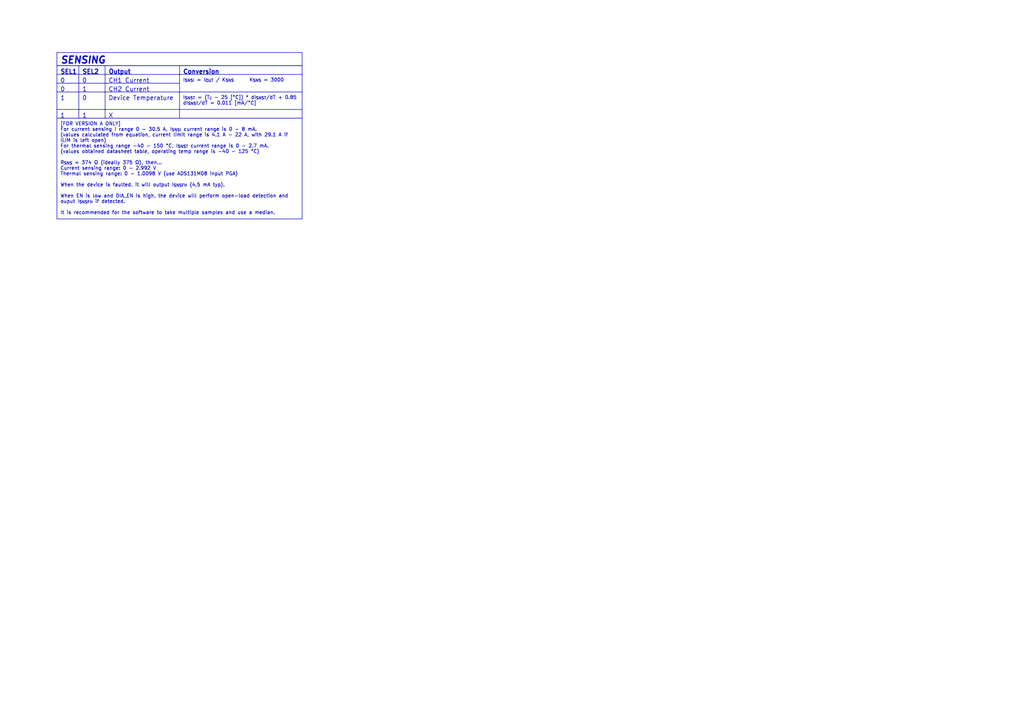
<source format=kicad_sch>
(kicad_sch
	(version 20250114)
	(generator "eeschema")
	(generator_version "9.0")
	(uuid "cca971b9-d711-49db-8483-774cce0ddc7a")
	(paper "A4")
	(lib_symbols)
	(text_box "SENSING"
		(exclude_from_sim no)
		(at 16.51 15.24 0)
		(size 71.12 3.81)
		(margins 0.9525 0.9525 0.9525 0.9525)
		(stroke
			(width 0)
			(type solid)
		)
		(fill
			(type none)
		)
		(effects
			(font
				(size 2 2)
				(thickness 0.4)
				(bold yes)
				(italic yes)
			)
			(justify left top)
		)
		(uuid "2f4d8c5d-e423-40e2-917b-c3ab632ec13e")
	)
	(text_box "[FOR VERSION A ONLY]\nFor current sensing I range 0 - 30.5 A, I_{SNSI} current range is 0 - 8 mA. \n(values calculated from equation, current limit range is 4.1 A - 22 A, with 29.1 A if ILIM is left open)\nFor thermal sensing range -40 - 150 °C, I_{SNST} current range is 0 - 2.7 mA. \n(values obtained datasheet table, operating temp range is -40 - 125 °C)\n\nR_{SNS} = 374 Ω (ideally 375 Ω), then...\nCurrent sensing range: 0 - 2.992 V\nThermal sensing range: 0 - 1.0098 V (use ADS131M08 input PGA)\n\nWhen the device is faulted, it will output I_{SNSFH} (4.5 mA typ). \n\nWhen EN is low and DIA_EN is high, the device will perform open-load detection and ouput I_{SNSFH} if detected.\n\nIt is recommended for the software to take multiple samples and use a median."
		(exclude_from_sim no)
		(at 16.51 34.29 0)
		(size 71.12 29.21)
		(margins 0.9525 0.9525 0.9525 0.9525)
		(stroke
			(width 0)
			(type solid)
		)
		(fill
			(type none)
		)
		(effects
			(font
				(size 1 1)
			)
			(justify left top)
		)
		(uuid "ea5d671e-bb3c-4c06-a50e-8934d251ee68")
	)
	(table
		(column_count 4)
		(border
			(external yes)
			(header yes)
			(stroke
				(width 0)
				(type solid)
			)
		)
		(separators
			(rows yes)
			(cols yes)
			(stroke
				(width 0)
				(type solid)
			)
		)
		(column_widths 6.35 7.62 21.59 35.56)
		(row_heights 2.54 2.54 2.54 5.08 2.54)
		(cells
			(table_cell "SEL1"
				(exclude_from_sim no)
				(at 16.51 19.05 0)
				(size 6.35 2.54)
				(margins 0.9525 0.9525 0.9525 0.9525)
				(span 1 1)
				(fill
					(type none)
				)
				(effects
					(font
						(size 1.27 1.27)
						(thickness 0.254)
						(bold yes)
					)
					(justify left top)
				)
				(uuid "efa256e3-ca40-49fb-8047-bf5be79906de")
			)
			(table_cell "SEL2"
				(exclude_from_sim no)
				(at 22.86 19.05 0)
				(size 7.62 2.54)
				(margins 0.9525 0.9525 0.9525 0.9525)
				(span 1 1)
				(fill
					(type none)
				)
				(effects
					(font
						(size 1.27 1.27)
						(thickness 0.254)
						(bold yes)
					)
					(justify left top)
				)
				(uuid "100cdaf6-6913-4063-afef-770fbbabce37")
			)
			(table_cell "Output"
				(exclude_from_sim no)
				(at 30.48 19.05 0)
				(size 21.59 2.54)
				(margins 0.9525 0.9525 0.9525 0.9525)
				(span 1 1)
				(fill
					(type none)
				)
				(effects
					(font
						(size 1.27 1.27)
						(thickness 0.254)
						(bold yes)
					)
					(justify left top)
				)
				(uuid "2611ec84-8bec-48a1-a886-7d6c914d62e5")
			)
			(table_cell "Conversion"
				(exclude_from_sim no)
				(at 52.07 19.05 0)
				(size 35.56 2.54)
				(margins 0.9525 0.9525 0.9525 0.9525)
				(span 1 1)
				(fill
					(type none)
				)
				(effects
					(font
						(size 1.27 1.27)
						(thickness 0.254)
						(bold yes)
					)
					(justify left top)
				)
				(uuid "358ab5f9-9232-4c6c-b13a-f180bf3bbfbd")
			)
			(table_cell "0"
				(exclude_from_sim no)
				(at 16.51 21.59 0)
				(size 6.35 2.54)
				(margins 0.9525 0.9525 0.9525 0.9525)
				(span 1 1)
				(fill
					(type none)
				)
				(effects
					(font
						(size 1.27 1.27)
					)
					(justify left top)
				)
				(uuid "e50dcf65-45b2-462b-9220-8a1b6b841830")
			)
			(table_cell "0"
				(exclude_from_sim no)
				(at 22.86 21.59 0)
				(size 7.62 2.54)
				(margins 0.9525 0.9525 0.9525 0.9525)
				(span 1 1)
				(fill
					(type none)
				)
				(effects
					(font
						(size 1.27 1.27)
					)
					(justify left top)
				)
				(uuid "b5fa87bb-6c5d-4b66-8791-c00b1392e01d")
			)
			(table_cell "CH1 Current"
				(exclude_from_sim no)
				(at 30.48 21.59 0)
				(size 21.59 2.54)
				(margins 0.9525 0.9525 0.9525 0.9525)
				(span 1 1)
				(fill
					(type none)
				)
				(effects
					(font
						(size 1.27 1.27)
					)
					(justify left top)
				)
				(uuid "25c28b34-5a9a-467a-8549-50bda8dfb7b8")
			)
			(table_cell "I_{SNSI} = I_{OUT} / K_{SNS}      K_{SNS} = 3000"
				(exclude_from_sim no)
				(at 52.07 21.59 0)
				(size 35.56 5.08)
				(margins 0.9525 0.9525 0.9525 0.9525)
				(span 1 2)
				(fill
					(type none)
				)
				(effects
					(font
						(size 1 1)
					)
					(justify left top)
				)
				(uuid "9e71da5d-7568-46c7-8dff-e3aa7efdaed7")
			)
			(table_cell "0"
				(exclude_from_sim no)
				(at 16.51 24.13 0)
				(size 6.35 2.54)
				(margins 0.9525 0.9525 0.9525 0.9525)
				(span 1 1)
				(fill
					(type none)
				)
				(effects
					(font
						(size 1.27 1.27)
					)
					(justify left top)
				)
				(uuid "586369b5-ca64-44bf-ac61-a5c66d3dc5ff")
			)
			(table_cell "1"
				(exclude_from_sim no)
				(at 22.86 24.13 0)
				(size 7.62 2.54)
				(margins 0.9525 0.9525 0.9525 0.9525)
				(span 1 1)
				(fill
					(type none)
				)
				(effects
					(font
						(size 1.27 1.27)
					)
					(justify left top)
				)
				(uuid "90c645ed-9ee9-40b7-ac0f-9238c309424b")
			)
			(table_cell "CH2 Current"
				(exclude_from_sim no)
				(at 30.48 24.13 0)
				(size 21.59 2.54)
				(margins 0.9525 0.9525 0.9525 0.9525)
				(span 1 1)
				(fill
					(type none)
				)
				(effects
					(font
						(size 1.27 1.27)
					)
					(justify left top)
				)
				(uuid "90f9202a-8099-4220-92ae-9e9820f850b6")
			)
			(table_cell "rgb(124, 124, 124)"
				(exclude_from_sim no)
				(at 52.07 24.13 0)
				(size 35.56 2.54)
				(margins 0.9525 0.9525 0.9525 0.9525)
				(span 0 0)
				(fill
					(type none)
				)
				(effects
					(font
						(size 1.27 1.27)
					)
					(justify left top)
				)
				(uuid "93c0b736-cdfa-4db4-aac5-da4aa621651c")
			)
			(table_cell "1"
				(exclude_from_sim no)
				(at 16.51 26.67 0)
				(size 6.35 5.08)
				(margins 0.9525 0.9525 0.9525 0.9525)
				(span 1 1)
				(fill
					(type none)
				)
				(effects
					(font
						(size 1.27 1.27)
					)
					(justify left top)
				)
				(uuid "467fbbf7-68b5-4b77-849c-83cad8f91ce8")
			)
			(table_cell "0"
				(exclude_from_sim no)
				(at 22.86 26.67 0)
				(size 7.62 5.08)
				(margins 0.9525 0.9525 0.9525 0.9525)
				(span 1 1)
				(fill
					(type none)
				)
				(effects
					(font
						(size 1.27 1.27)
					)
					(justify left top)
				)
				(uuid "486f7902-c206-4855-bd08-16956785c8f2")
			)
			(table_cell "Device Temperature"
				(exclude_from_sim no)
				(at 30.48 26.67 0)
				(size 21.59 5.08)
				(margins 0.9525 0.9525 0.9525 0.9525)
				(span 1 1)
				(fill
					(type none)
				)
				(effects
					(font
						(size 1.27 1.27)
					)
					(justify left top)
				)
				(uuid "1c181fd7-2718-4016-bda2-55684eeba121")
			)
			(table_cell "I_{SNST} = (T_{J} - 25 [°C]) * dI_{SNST}/dT + 0.85      dI_{SNST}/dT = 0.011 [mA/°C]"
				(exclude_from_sim no)
				(at 52.07 26.67 0)
				(size 35.56 5.08)
				(margins 0.9525 0.9525 0.9525 0.9525)
				(span 1 1)
				(fill
					(type none)
				)
				(effects
					(font
						(size 1 1)
					)
					(justify left top)
				)
				(uuid "3b5f11b9-79e4-4291-ab56-f308d61ee802")
			)
			(table_cell "1"
				(exclude_from_sim no)
				(at 16.51 31.75 0)
				(size 6.35 2.54)
				(margins 0.9525 0.9525 0.9525 0.9525)
				(span 1 1)
				(fill
					(type none)
				)
				(effects
					(font
						(size 1.27 1.27)
					)
					(justify left top)
				)
				(uuid "7327f22d-940b-4b03-9275-4c233eb566ff")
			)
			(table_cell "1"
				(exclude_from_sim no)
				(at 22.86 31.75 0)
				(size 7.62 2.54)
				(margins 0.9525 0.9525 0.9525 0.9525)
				(span 1 1)
				(fill
					(type none)
				)
				(effects
					(font
						(size 1.27 1.27)
					)
					(justify left top)
				)
				(uuid "d76737ae-0cfc-4d50-af86-449fb38d828f")
			)
			(table_cell "X"
				(exclude_from_sim no)
				(at 30.48 31.75 0)
				(size 21.59 2.54)
				(margins 0.9525 0.9525 0.9525 0.9525)
				(span 1 1)
				(fill
					(type none)
				)
				(effects
					(font
						(size 1.27 1.27)
					)
					(justify left top)
				)
				(uuid "39aacc33-4bde-4036-b073-6848f0319166")
			)
			(table_cell ""
				(exclude_from_sim no)
				(at 52.07 31.75 0)
				(size 35.56 2.54)
				(margins 0.9525 0.9525 0.9525 0.9525)
				(span 1 1)
				(fill
					(type none)
				)
				(effects
					(font
						(size 1.27 1.27)
					)
					(justify left top)
				)
				(uuid "b350889f-b975-43e5-b0b7-5917a98aa676")
			)
		)
	)
)

</source>
